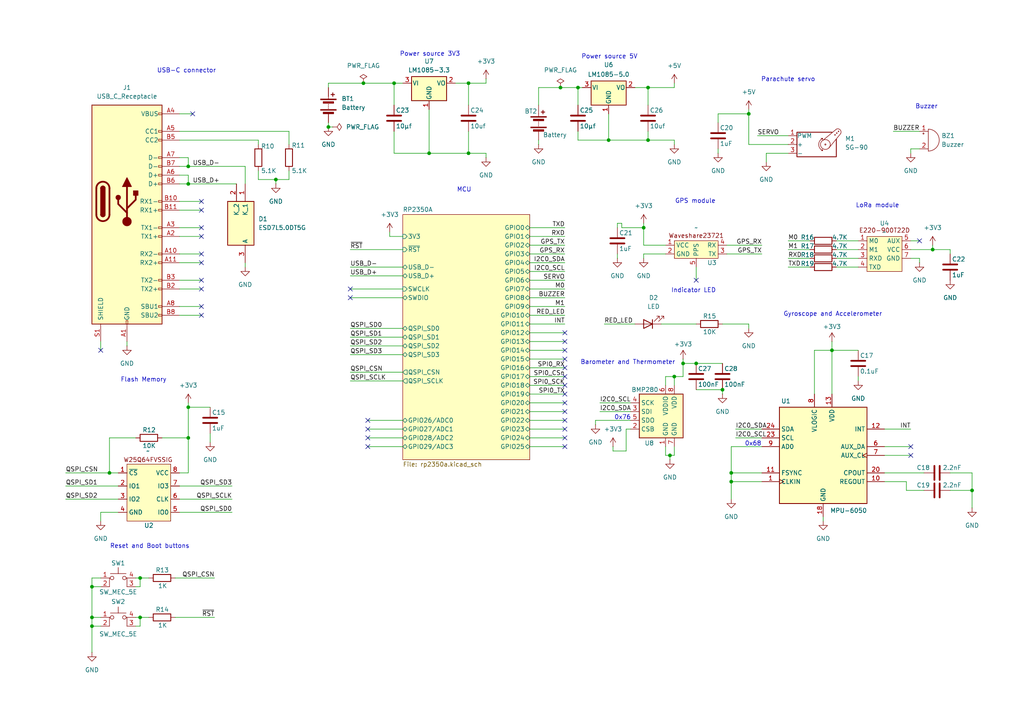
<source format=kicad_sch>
(kicad_sch (version 20250114) (generator "eeschema") (generator_version "9.0")
  (paper "A4")
  (title_block (title "Main Board") (date "2025-10-17") (rev "1.0.2") (company "Team ApolLO") (comment 1 "Author: Wiktor Kociuba"))
  (lib_symbols
    (symbol "Connector:USB_C_Receptacle" (pin_names (offset 1.016))
      (property "Reference" "J" (at -10.16 29.21 0))
      (property "Value" "USB_C_Receptacle" (at 10.16 29.21 0))
      (symbol "USB_C_Receptacle_1_1"
        (pin passive line (at -7.62 -40.64 90) (length 5.08) (name "SHIELD") (number "S1"))
        (pin passive line (at 0 -40.64 90) (length 5.08) (name "GND") (number "A1"))
        (pin passive line (at 0 -40.64 90) (length 5.08) (hide yes) (name "GND") (number "A12"))
        (pin passive line (at 0 -40.64 90) (length 5.08) (hide yes) (name "GND") (number "B1"))
        (pin passive line (at 0 -40.64 90) (length 5.08) (hide yes) (name "GND") (number "B12"))
        (pin passive line (at 15.24 25.4 180) (length 5.08) (name "VBUS") (number "A4"))
        (pin passive line (at 15.24 25.4 180) (length 5.08) (hide yes) (name "VBUS") (number "A9"))
        (pin passive line (at 15.24 25.4 180) (length 5.08) (hide yes) (name "VBUS") (number "B4"))
        (pin passive line (at 15.24 25.4 180) (length 5.08) (hide yes) (name "VBUS") (number "B9"))
        (pin bidirectional line (at 15.24 20.32 180) (length 5.08) (name "CC1") (number "A5"))
        (pin bidirectional line (at 15.24 17.78 180) (length 5.08) (name "CC2") (number "B5"))
        (pin bidirectional line (at 15.24 12.7 180) (length 5.08) (name "D-") (number "A7"))
        (pin bidirectional line (at 15.24 10.16 180) (length 5.08) (name "D-") (number "B7"))
        (pin bidirectional line (at 15.24 7.62 180) (length 5.08) (name "D+") (number "A6"))
        (pin bidirectional line (at 15.24 5.08 180) (length 5.08) (name "D+") (number "B6"))
        (pin bidirectional line (at 15.24 0 180) (length 5.08) (name "RX1-") (number "B10"))
        (pin bidirectional line (at 15.24 -2.54 180) (length 5.08) (name "RX1+") (number "B11"))
        (pin bidirectional line (at 15.24 -7.62 180) (length 5.08) (name "TX1-") (number "A3"))
        (pin bidirectional line (at 15.24 -10.16 180) (length 5.08) (name "TX1+") (number "A2"))
        (pin bidirectional line (at 15.24 -15.24 180) (length 5.08) (name "RX2-") (number "A10"))
        (pin bidirectional line (at 15.24 -17.78 180) (length 5.08) (name "RX2+") (number "A11"))
        (pin bidirectional line (at 15.24 -22.86 180) (length 5.08) (name "TX2-") (number "B3"))
        (pin bidirectional line (at 15.24 -25.4 180) (length 5.08) (name "TX2+") (number "B2"))
        (pin bidirectional line (at 15.24 -30.48 180) (length 5.08) (name "SBU1") (number "A8"))
        (pin bidirectional line (at 15.24 -33.02 180) (length 5.08) (name "SBU2") (number "B8"))
      )
    )
    (symbol "Device:Battery" (pin_numbers (hide yes)) (pin_names (offset 0) (hide yes))
      (property "Reference" "BT" (at 2.54 2.54 0))
      (property "Value" "Battery" (at 2.54 0 0))
      (symbol "Battery_1_1"
        (pin passive line (at 0 5.08 270) (length 2.54) (name "+") (number "1"))
        (pin passive line (at 0 -5.08 90) (length 2.54) (name "-") (number "2"))
      )
    )
    (symbol "Device:Buzzer" (pin_names (offset 0.0254) (hide yes))
      (property "Reference" "BZ" (at 3.81 1.27 0))
      (property "Value" "Buzzer" (at 3.81 -1.27 0))
      (symbol "Buzzer_1_1"
        (pin passive line (at -2.54 2.54 0) (length 2.54) (name "+") (number "1"))
        (pin passive line (at -2.54 -2.54 0) (length 2.54) (name "-") (number "2"))
      )
    )
    (symbol "Device:C" (pin_numbers (hide yes)) (pin_names (offset 0.254))
      (property "Reference" "C" (at 0.635 2.54 0))
      (property "Value" "C" (at 0.635 -2.54 0))
      (symbol "C_1_1"
        (pin passive line (at 0 3.81 270) (length 2.794) (name "~") (number "1"))
        (pin passive line (at 0 -3.81 90) (length 2.794) (name "~") (number "2"))
      )
    )
    (symbol "Device:LED" (pin_numbers (hide yes)) (pin_names (offset 1.016) (hide yes))
      (property "Reference" "D" (at 0 2.54 0))
      (property "Value" "LED" (at 0 -2.54 0))
      (symbol "LED_1_1"
        (pin passive line (at -3.81 0 0) (length 2.54) (name "K") (number "1"))
        (pin passive line (at 3.81 0 180) (length 2.54) (name "A") (number "2"))
      )
    )
    (symbol "Device:R" (pin_numbers (hide yes)) (pin_names (offset 0))
      (property "Reference" "R" (at 2.032 0 90))
      (property "Value" "R" (at 0 0 90))
      (symbol "R_1_1"
        (pin passive line (at 0 3.81 270) (length 1.27) (name "~") (number "1"))
        (pin passive line (at 0 -3.81 90) (length 1.27) (name "~") (number "2"))
      )
    )
    (symbol "LoRa:E220-900T22D"
      (property "Reference" "U" (at 1.27 0 0))
      (symbol "E220-900T22D_1_1"
        (text "E220-900T22D\n" (at 0 6.858 0) (effects (font (size 1.27 1.27))))
        (pin input line (at -7.62 3.81 0) (length 2.54) (name "M0") (number "1"))
        (pin input line (at -7.62 1.27 0) (length 2.54) (name "M1") (number "2"))
        (pin input line (at -7.62 -1.27 0) (length 2.54) (name "RXD") (number "3"))
        (pin output line (at -7.62 -3.81 0) (length 2.54) (name "TXD") (number "4"))
        (pin output line (at 7.62 3.81 180) (length 2.54) (name "AUX") (number "5"))
        (pin power_in line (at 7.62 1.27 180) (length 2.54) (name "VCC") (number "6"))
        (pin power_in line (at 7.62 -1.27 180) (length 2.54) (name "GND") (number "7"))
      )
    )
    (symbol "Motor:Motor_Servo" (pin_names (offset 0.0254))
      (property "Reference" "M" (at -5.08 4.445 0))
      (property "Value" "Motor_Servo" (at -5.08 -4.064 0))
      (symbol "Motor_Servo_1_1"
        (pin passive line (at -7.62 2.54 0) (length 2.54) (name "PWM") (number "1"))
        (pin passive line (at -7.62 0 0) (length 2.54) (name "+") (number "2"))
        (pin passive line (at -7.62 -2.54 0) (length 2.54) (name "-") (number "3"))
      )
    )
    (symbol "Regulator_Linear:LM1085-3.3" (pin_names (offset 0.254))
      (property "Reference" "U" (at -3.81 3.175 0))
      (property "Value" "LM1085-3.3" (at 0 3.175 0))
      (symbol "LM1085-3.3_1_1"
        (pin power_in line (at -7.62 0 0) (length 2.54) (name "VI") (number "3"))
        (pin power_in line (at 0 -7.62 90) (length 2.54) (name "GND") (number "1"))
        (pin power_out line (at 7.62 0 180) (length 2.54) (name "VO") (number "2"))
      )
    )
    (symbol "Regulator_Linear:LM1085-5.0" (pin_names (offset 0.254))
      (property "Reference" "U" (at -3.81 3.175 0))
      (property "Value" "LM1085-5.0" (at 0 3.175 0))
      (symbol "LM1085-5.0_1_1"
        (pin power_in line (at -7.62 0 0) (length 2.54) (name "VI") (number "3"))
        (pin power_in line (at 0 -7.62 90) (length 2.54) (name "GND") (number "1"))
        (pin power_out line (at 7.62 0 180) (length 2.54) (name "VO") (number "2"))
      )
    )
    (symbol "SamacSys_Parts:ESD7L5.0DT5G"
      (property "Reference" "D" (at 19.05 7.62 0))
      (property "Value" "ESD7L5.0DT5G" (at 19.05 5.08 0))
      (symbol "ESD7L5.0DT5G_1_1"
        (pin passive line (at 0 0 0) (length 5.08) (name "K_1") (number "1"))
        (pin passive line (at 0 -2.54 0) (length 5.08) (name "K_2") (number "2"))
        (pin passive line (at 22.86 0 180) (length 5.08) (name "A") (number "3"))
      )
    )
    (symbol "Sensor_Motion:MPU-6050"
      (property "Reference" "U" (at -11.43 13.97 0))
      (property "Value" "MPU-6050" (at 7.62 -15.24 0))
      (symbol "MPU-6050_0_0"
        (text "" (at 12.7 -2.54 0) (effects (font (size 1.27 1.27))))
      )
      (symbol "MPU-6050_1_1"
        (pin bidirectional line (at -17.78 7.62 0) (length 5.08) (name "SDA") (number "24"))
        (pin input line (at -17.78 5.08 0) (length 5.08) (name "SCL") (number "23"))
        (pin input line (at -17.78 2.54 0) (length 5.08) (name "AD0") (number "9"))
        (pin input line (at -17.78 -5.08 0) (length 5.08) (name "FSYNC") (number "11"))
        (pin input clock (at -17.78 -7.62 0) (length 5.08) (name "CLKIN") (number "1"))
        (pin no_connect line (at -12.7 12.7 0) (length 2.54) (hide yes) (name "NC") (number "2"))
        (pin no_connect line (at -12.7 10.16 0) (length 2.54) (hide yes) (name "NC") (number "3"))
        (pin no_connect line (at -12.7 0 0) (length 2.54) (hide yes) (name "NC") (number "4"))
        (pin no_connect line (at -12.7 -2.54 0) (length 2.54) (hide yes) (name "NC") (number "5"))
        (pin no_connect line (at -12.7 -10.16 0) (length 2.54) (hide yes) (name "NC") (number "14"))
        (pin power_in line (at -2.54 17.78 270) (length 3.81) (name "VLOGIC") (number "8"))
        (pin power_in line (at 0 -17.78 90) (length 3.81) (name "GND") (number "18"))
        (pin power_in line (at 2.54 17.78 270) (length 3.81) (name "VDD") (number "13"))
        (pin no_connect line (at 12.7 12.7 180) (length 2.54) (hide yes) (name "NC") (number "15"))
        (pin no_connect line (at 12.7 10.16 180) (length 2.54) (hide yes) (name "NC") (number "16"))
        (pin no_connect line (at 12.7 5.08 180) (length 2.54) (hide yes) (name "NC") (number "17"))
        (pin no_connect line (at 12.7 -2.54 180) (length 2.54) (hide yes) (name "RESV") (number "21"))
        (pin no_connect line (at 12.7 -10.16 180) (length 2.54) (hide yes) (name "RESV") (number "19"))
        (pin no_connect line (at 12.7 -12.7 180) (length 2.54) (hide yes) (name "RESV") (number "22"))
        (pin output line (at 17.78 7.62 180) (length 5.08) (name "INT") (number "12"))
        (pin bidirectional line (at 17.78 2.54 180) (length 5.08) (name "AUX_DA") (number "6"))
        (pin output clock (at 17.78 0 180) (length 5.08) (name "AUX_CL") (number "7"))
        (pin passive line (at 17.78 -5.08 180) (length 5.08) (name "CPOUT") (number "20"))
        (pin passive line (at 17.78 -7.62 180) (length 5.08) (name "REGOUT") (number "10"))
      )
    )
    (symbol "Sensor_Pressure:BMP280"
      (property "Reference" "U" (at -7.62 10.16 0))
      (property "Value" "BMP280" (at 5.08 10.16 0))
      (symbol "BMP280_1_1"
        (pin input line (at -10.16 5.08 0) (length 2.54) (name "SCK") (number "4"))
        (pin bidirectional line (at -10.16 2.54 0) (length 2.54) (name "SDI") (number "3"))
        (pin bidirectional line (at -10.16 0 0) (length 2.54) (name "SDO") (number "5"))
        (pin input line (at -10.16 -2.54 0) (length 2.54) (name "CSB") (number "2"))
        (pin power_in line (at 0 10.16 270) (length 2.54) (name "VDDIO") (number "6"))
        (pin power_in line (at 0 -7.62 90) (length 2.54) (name "GND") (number "1"))
        (pin power_in line (at 2.54 10.16 270) (length 2.54) (name "VDD") (number "8"))
        (pin power_in line (at 2.54 -7.62 90) (length 2.54) (name "GND") (number "7"))
      )
    )
    (symbol "Switch:SW_MEC_5E" (pin_names (offset 1.016) (hide yes))
      (property "Reference" "SW" (at 0.635 5.715 0))
      (property "Value" "SW_MEC_5E" (at 0 -3.175 0))
      (symbol "SW_MEC_5E_0_1"
        (pin passive line (at -5.08 2.54 0) (length 2.54) (name "1") (number "1"))
        (pin passive line (at -5.08 0 0) (length 2.54) (name "2") (number "2"))
        (pin passive line (at 5.08 2.54 180) (length 2.54) (name "A") (number "4"))
        (pin passive line (at 5.08 0 180) (length 2.54) (name "K") (number "3"))
      )
    )
    (symbol "Waveshare:Waveshare_23721"
      (property "Reference" "U" (at 4.064 -4.064 0))
      (symbol "Waveshare_23721_1_1"
        (text "Waveshare23721" (at 0 4.064 0) (effects (font (size 1.27 1.27))))
        (pin power_in line (at -8.89 1.27 0) (length 2.54) (name "VCC") (number "1"))
        (pin power_in line (at -8.89 -1.27 0) (length 2.54) (name "GND") (number "2"))
        (pin output line (at 0 -5.08 90) (length 2.54) (name "PPS") (number "5"))
        (pin input line (at 8.89 1.27 180) (length 2.54) (name "RX") (number "4"))
        (pin output line (at 8.89 -1.27 180) (length 2.54) (name "TX") (number "3"))
      )
    )
    (symbol "memory:W25Q64FVSSIG"
      (property "Reference" "U" (at 0 -9.906 0))
      (symbol "W25Q64FVSSIG_1_1"
        (text "W25Q64FVSSIG" (at -0.254 8.89 0) (effects (font (size 1.27 1.27))))
        (pin input line (at -8.89 5.08 0) (length 2.54) (name "~{CS}") (number "1"))
        (pin bidirectional line (at -8.89 1.27 0) (length 2.54) (name "DO") (number "2") (alternate "IO1" bidirectional line))
        (pin bidirectional line (at -8.89 -2.54 0) (length 2.54) (name "~{WP}") (number "3") (alternate "IO2" bidirectional line))
        (pin power_in line (at -8.89 -6.35 0) (length 2.54) (name "GND") (number "4"))
        (pin power_in line (at 8.89 5.08 180) (length 2.54) (name "VCC") (number "8"))
        (pin bidirectional line (at 8.89 1.27 180) (length 2.54) (name "~{HOLD}") (number "7") (alternate "IO3" input line))
        (pin input line (at 8.89 -2.54 180) (length 2.54) (name "CLK") (number "6"))
        (pin bidirectional line (at 8.89 -6.35 180) (length 2.54) (name "DI") (number "5") (alternate "IO0" bidirectional line))
      )
    )
    (symbol "power:+3V3" (power) (pin_numbers (hide yes)) (pin_names (offset 0) (hide yes))
      (property "Value" "+3V3" (at 0 3.556 0))
      (symbol "+3V3_1_1"
        (pin power_in line (at 0 0 90) (length 0) (name "~") (number "1"))
      )
    )
    (symbol "power:+5V" (power) (pin_numbers (hide yes)) (pin_names (offset 0) (hide yes))
      (property "Value" "+5V" (at 0 3.556 0))
      (symbol "+5V_1_1"
        (pin power_in line (at 0 0 90) (length 0) (name "~") (number "1"))
      )
    )
    (symbol "power:GND" (power) (pin_numbers (hide yes)) (pin_names (offset 0) (hide yes))
      (property "Value" "GND" (at 0 -3.81 0))
      (symbol "GND_1_1"
        (pin power_in line (at 0 0 270) (length 0) (name "~") (number "1"))
      )
    )
    (symbol "power:PWR_FLAG" (power) (pin_numbers (hide yes)) (pin_names (offset 0) (hide yes))
      (property "Value" "PWR_FLAG" (at 0 3.81 0))
      (symbol "PWR_FLAG_0_0"
        (pin power_out line (at 0 0 90) (length 0) (name "~") (number "1"))
      )
    )
  )
  (text "0x68\n" (at 218.44 128.778 0) (effects (font (size 1.27 1.27))))
  (text "Buzzer\n" (at 268.732 30.988 0) (effects (font (size 1.27 1.27))))
  (text "Power source 5V\n" (at 176.784 16.51 0) (effects (font (size 1.27 1.27))))
  (text "Parachute servo\n" (at 228.6 23.114 0) (effects (font (size 1.27 1.27))))
  (text "Gyroscope and Accelerometer" (at 241.554 91.186 0) (effects (font (size 1.27 1.27))))
  (text "Reset and Boot buttons" (at 43.434 158.496 0) (effects (font (size 1.27 1.27))))
  (text "GPS module\n" (at 201.676 58.42 0) (effects (font (size 1.27 1.27))))
  (text "LoRa module\n" (at 254.508 59.69 0) (effects (font (size 1.27 1.27))))
  (text "Power source 3V3\n" (at 124.714 15.748 0) (effects (font (size 1.27 1.27))))
  (text "MCU\n" (at 134.62 55.118 0) (effects (font (size 1.27 1.27))))
  (text "0x76\n" (at 180.594 121.158 0) (effects (font (size 1.27 1.27))))
  (text "Barometer and Thermometer\n" (at 182.118 105.156 0) (effects (font (size 1.27 1.27))))
  (text "USB-C connector\n" (at 54.102 20.574 0) (effects (font (size 1.27 1.27))))
  (text "Indicator LED\n" (at 201.168 84.328 0) (effects (font (size 1.27 1.27))))
  (text "Flash Memory" (at 41.656 110.236 0) (effects (font (size 1.27 1.27))))
  (junction (at 241.3 101.6))
  (junction (at 26.67 170.18))
  (junction (at 270.51 72.39))
  (junction (at 194.31 132.08))
  (junction (at 95.25 36.83))
  (junction (at 135.89 24.13))
  (junction (at 201.93 105.41))
  (junction (at 135.89 44.45))
  (junction (at 26.67 179.07))
  (junction (at 186.69 66.04))
  (junction (at 54.61 118.11))
  (junction (at 54.61 127))
  (junction (at 195.58 109.22))
  (junction (at 124.46 44.45))
  (junction (at 105.41 24.13))
  (junction (at 167.64 25.4))
  (junction (at 187.96 25.4))
  (junction (at 212.09 137.16))
  (junction (at 54.61 53.34))
  (junction (at 209.55 113.03))
  (junction (at 31.75 137.16))
  (junction (at 281.94 142.24))
  (junction (at 80.01 52.07))
  (junction (at 26.67 181.61))
  (junction (at 114.3 24.13))
  (junction (at 40.64 167.64))
  (junction (at 217.17 33.02))
  (junction (at 176.53 40.64))
  (junction (at 54.61 48.26))
  (junction (at 212.09 139.7))
  (junction (at 40.64 179.07))
  (junction (at 198.12 105.41))
  (junction (at 187.96 40.64))
  (junction (at 162.56 25.4))
  (no_connect (at 106.68 121.92))
  (no_connect (at 58.42 91.44))
  (no_connect (at 55.88 33.02))
  (no_connect (at 163.83 124.46))
  (no_connect (at 163.83 116.84))
  (no_connect (at 58.42 73.66))
  (no_connect (at 264.16 129.54))
  (no_connect (at 163.83 129.54))
  (no_connect (at 58.42 60.96))
  (no_connect (at 101.6 83.82))
  (no_connect (at 29.21 101.6))
  (no_connect (at 163.83 101.6))
  (no_connect (at 163.83 111.76))
  (no_connect (at 58.42 66.04))
  (no_connect (at 58.42 58.42))
  (no_connect (at 163.83 99.06))
  (no_connect (at 163.83 109.22))
  (no_connect (at 58.42 76.2))
  (no_connect (at 163.83 127))
  (no_connect (at 58.42 88.9))
  (no_connect (at 163.83 104.14))
  (no_connect (at 163.83 114.3))
  (no_connect (at 163.83 106.68))
  (no_connect (at 163.83 96.52))
  (no_connect (at 266.7 69.85))
  (no_connect (at 201.93 81.28))
  (no_connect (at 58.42 68.58))
  (no_connect (at 106.68 127))
  (no_connect (at 163.83 121.92))
  (no_connect (at 106.68 129.54))
  (no_connect (at 58.42 83.82))
  (no_connect (at 106.68 124.46))
  (no_connect (at 264.16 132.08))
  (no_connect (at 58.42 81.28))
  (no_connect (at 163.83 119.38))
  (no_connect (at 101.6 86.36))
  (wire (pts (xy 201.93 113.03) (xy 209.55 113.03)))
  (wire (pts (xy 39.37 170.18) (xy 40.64 170.18)))
  (wire (pts (xy 210.82 71.12) (xy 220.98 71.12)))
  (wire (pts (xy 195.58 109.22) (xy 193.04 109.22)))
  (wire (pts (xy 241.3 99.06) (xy 241.3 101.6)))
  (wire (pts (xy 176.53 40.64) (xy 187.96 40.64)))
  (wire (pts (xy 264.16 74.93) (xy 266.7 74.93)))
  (wire (pts (xy 167.64 40.64) (xy 176.53 40.64)))
  (wire (pts (xy 40.64 167.64) (xy 43.18 167.64)))
  (wire (pts (xy 54.61 45.72) (xy 54.61 48.26)))
  (wire (pts (xy 153.67 88.9) (xy 163.83 88.9)))
  (wire (pts (xy 256.54 139.7) (xy 262.89 139.7)))
  (wire (pts (xy 219.71 39.37) (xy 228.6 39.37)))
  (wire (pts (xy 217.17 33.02) (xy 208.28 33.02)))
  (wire (pts (xy 153.67 111.76) (xy 163.83 111.76)))
  (wire (pts (xy 52.07 83.82) (xy 58.42 83.82)))
  (wire (pts (xy 132.08 24.13) (xy 135.89 24.13)))
  (wire (pts (xy 266.7 74.93) (xy 266.7 76.2)))
  (wire (pts (xy 124.46 44.45) (xy 135.89 44.45)))
  (wire (pts (xy 210.82 73.66) (xy 220.98 73.66)))
  (wire (pts (xy 222.25 44.45) (xy 222.25 46.99)))
  (wire (pts (xy 95.25 24.13) (xy 105.41 24.13)))
  (wire (pts (xy 212.09 137.16) (xy 220.98 137.16)))
  (wire (pts (xy 156.21 40.64) (xy 156.21 41.91)))
  (wire (pts (xy 26.67 179.07) (xy 26.67 181.61)))
  (wire (pts (xy 19.05 144.78) (xy 34.29 144.78)))
  (wire (pts (xy 52.07 38.1) (xy 83.82 38.1)))
  (wire (pts (xy 193.04 132.08) (xy 193.04 129.54)))
  (wire (pts (xy 74.93 40.64) (xy 74.93 41.91)))
  (wire (pts (xy 212.09 129.54) (xy 220.98 129.54)))
  (wire (pts (xy 71.12 76.2) (xy 71.12 77.47)))
  (wire (pts (xy 153.67 124.46) (xy 163.83 124.46)))
  (wire (pts (xy 242.57 74.93) (xy 248.92 74.93)))
  (wire (pts (xy 217.17 33.02) (xy 217.17 41.91)))
  (wire (pts (xy 153.67 68.58) (xy 163.83 68.58)))
  (wire (pts (xy 179.07 74.93) (xy 179.07 73.66)))
  (wire (pts (xy 217.17 93.98) (xy 217.17 95.25)))
  (wire (pts (xy 135.89 24.13) (xy 135.89 30.48)))
  (wire (pts (xy 259.08 38.1) (xy 266.7 38.1)))
  (wire (pts (xy 83.82 38.1) (xy 83.82 41.91)))
  (wire (pts (xy 167.64 25.4) (xy 167.64 30.48)))
  (wire (pts (xy 26.67 181.61) (xy 26.67 189.23)))
  (wire (pts (xy 54.61 53.34) (xy 68.58 53.34)))
  (wire (pts (xy 52.07 50.8) (xy 54.61 50.8)))
  (wire (pts (xy 153.67 83.82) (xy 163.83 83.82)))
  (wire (pts (xy 52.07 140.97) (xy 67.31 140.97)))
  (wire (pts (xy 195.58 40.64) (xy 195.58 41.91)))
  (wire (pts (xy 209.55 114.3) (xy 209.55 113.03)))
  (wire (pts (xy 198.12 105.41) (xy 198.12 109.22)))
  (wire (pts (xy 39.37 179.07) (xy 40.64 179.07)))
  (wire (pts (xy 101.6 95.25) (xy 116.84 95.25)))
  (wire (pts (xy 95.25 36.83) (xy 95.25 35.56)))
  (wire (pts (xy 101.6 83.82) (xy 116.84 83.82)))
  (wire (pts (xy 40.64 179.07) (xy 43.18 179.07)))
  (wire (pts (xy 256.54 129.54) (xy 264.16 129.54)))
  (wire (pts (xy 52.07 58.42) (xy 58.42 58.42)))
  (wire (pts (xy 50.8 167.64) (xy 62.23 167.64)))
  (wire (pts (xy 26.67 170.18) (xy 26.67 179.07)))
  (wire (pts (xy 256.54 132.08) (xy 264.16 132.08)))
  (wire (pts (xy 114.3 24.13) (xy 114.3 30.48)))
  (wire (pts (xy 52.07 91.44) (xy 58.42 91.44)))
  (wire (pts (xy 191.77 93.98) (xy 201.93 93.98)))
  (wire (pts (xy 162.56 25.4) (xy 167.64 25.4)))
  (wire (pts (xy 114.3 38.1) (xy 114.3 44.45)))
  (wire (pts (xy 186.69 64.77) (xy 186.69 66.04)))
  (wire (pts (xy 153.67 109.22) (xy 163.83 109.22)))
  (wire (pts (xy 26.67 170.18) (xy 29.21 170.18)))
  (wire (pts (xy 114.3 24.13) (xy 116.84 24.13)))
  (wire (pts (xy 201.93 105.41) (xy 209.55 105.41)))
  (wire (pts (xy 116.84 129.54) (xy 106.68 129.54)))
  (wire (pts (xy 54.61 116.84) (xy 54.61 118.11)))
  (wire (pts (xy 153.67 91.44) (xy 163.83 91.44)))
  (wire (pts (xy 52.07 33.02) (xy 55.88 33.02)))
  (wire (pts (xy 135.89 24.13) (xy 140.97 24.13)))
  (wire (pts (xy 262.89 142.24) (xy 267.97 142.24)))
  (wire (pts (xy 167.64 25.4) (xy 168.91 25.4)))
  (wire (pts (xy 153.67 86.36) (xy 163.83 86.36)))
  (wire (pts (xy 187.96 38.1) (xy 187.96 40.64)))
  (wire (pts (xy 116.84 124.46) (xy 106.68 124.46)))
  (wire (pts (xy 52.07 53.34) (xy 54.61 53.34)))
  (wire (pts (xy 50.8 179.07) (xy 62.23 179.07)))
  (wire (pts (xy 29.21 151.13) (xy 29.21 148.59)))
  (wire (pts (xy 101.6 107.95) (xy 116.84 107.95)))
  (wire (pts (xy 153.67 76.2) (xy 163.83 76.2)))
  (wire (pts (xy 101.6 80.01) (xy 116.84 80.01)))
  (wire (pts (xy 135.89 38.1) (xy 135.89 44.45)))
  (wire (pts (xy 52.07 148.59) (xy 67.31 148.59)))
  (wire (pts (xy 177.8 130.81) (xy 177.8 129.54)))
  (wire (pts (xy 179.07 64.77) (xy 179.07 66.04)))
  (wire (pts (xy 52.07 66.04) (xy 58.42 66.04)))
  (wire (pts (xy 95.25 24.13) (xy 95.25 25.4)))
  (wire (pts (xy 195.58 132.08) (xy 194.31 132.08)))
  (wire (pts (xy 208.28 44.45) (xy 208.28 43.18)))
  (wire (pts (xy 105.41 24.13) (xy 114.3 24.13)))
  (wire (pts (xy 172.72 121.92) (xy 172.72 123.19)))
  (wire (pts (xy 31.75 127) (xy 39.37 127)))
  (wire (pts (xy 156.21 25.4) (xy 162.56 25.4)))
  (wire (pts (xy 228.6 77.47) (xy 234.95 77.47)))
  (wire (pts (xy 156.21 30.48) (xy 156.21 25.4)))
  (wire (pts (xy 198.12 109.22) (xy 195.58 109.22)))
  (wire (pts (xy 54.61 48.26) (xy 71.12 48.26)))
  (wire (pts (xy 54.61 137.16) (xy 52.07 137.16)))
  (wire (pts (xy 40.64 181.61) (xy 40.64 179.07)))
  (wire (pts (xy 194.31 132.08) (xy 194.31 133.35)))
  (wire (pts (xy 19.05 140.97) (xy 34.29 140.97)))
  (wire (pts (xy 195.58 24.13) (xy 195.58 25.4)))
  (wire (pts (xy 256.54 137.16) (xy 267.97 137.16)))
  (wire (pts (xy 241.3 101.6) (xy 248.92 101.6)))
  (wire (pts (xy 213.36 124.46) (xy 220.98 124.46)))
  (wire (pts (xy 36.83 100.33) (xy 36.83 99.06)))
  (wire (pts (xy 186.69 73.66) (xy 186.69 74.93)))
  (wire (pts (xy 52.07 88.9) (xy 58.42 88.9)))
  (wire (pts (xy 153.67 96.52) (xy 163.83 96.52)))
  (wire (pts (xy 113.03 67.31) (xy 113.03 68.58)))
  (wire (pts (xy 74.93 49.53) (xy 74.93 52.07)))
  (wire (pts (xy 186.69 66.04) (xy 186.69 71.12)))
  (wire (pts (xy 52.07 45.72) (xy 54.61 45.72)))
  (wire (pts (xy 26.67 181.61) (xy 29.21 181.61)))
  (wire (pts (xy 52.07 144.78) (xy 67.31 144.78)))
  (wire (pts (xy 74.93 52.07) (xy 80.01 52.07)))
  (wire (pts (xy 80.01 53.34) (xy 80.01 52.07)))
  (wire (pts (xy 241.3 101.6) (xy 241.3 114.3)))
  (wire (pts (xy 193.04 109.22) (xy 193.04 111.76)))
  (wire (pts (xy 198.12 104.14) (xy 198.12 105.41)))
  (wire (pts (xy 195.58 129.6118) (xy 195.58 132.08)))
  (wire (pts (xy 181.61 124.46) (xy 181.61 130.81)))
  (wire (pts (xy 262.89 139.7) (xy 262.89 142.24)))
  (wire (pts (xy 184.15 25.4) (xy 187.96 25.4)))
  (wire (pts (xy 173.99 119.38) (xy 182.88 119.38)))
  (wire (pts (xy 39.37 167.64) (xy 40.64 167.64)))
  (wire (pts (xy 275.59 72.39) (xy 275.59 73.66)))
  (wire (pts (xy 186.69 66.04) (xy 180.34 66.04)))
  (wire (pts (xy 242.57 72.39) (xy 248.92 72.39)))
  (wire (pts (xy 19.05 137.16) (xy 31.75 137.16)))
  (wire (pts (xy 116.84 121.92) (xy 106.68 121.92)))
  (wire (pts (xy 275.59 137.16) (xy 281.94 137.16)))
  (wire (pts (xy 275.59 142.24) (xy 281.94 142.24)))
  (wire (pts (xy 182.88 124.46) (xy 181.61 124.46)))
  (wire (pts (xy 173.99 116.84) (xy 182.88 116.84)))
  (wire (pts (xy 153.67 101.6) (xy 163.83 101.6)))
  (wire (pts (xy 101.6 102.87) (xy 116.84 102.87)))
  (wire (pts (xy 153.67 78.74) (xy 163.83 78.74)))
  (wire (pts (xy 209.55 93.98) (xy 217.17 93.98)))
  (wire (pts (xy 242.57 69.85) (xy 248.92 69.85)))
  (wire (pts (xy 101.6 97.79) (xy 116.84 97.79)))
  (wire (pts (xy 175.26 93.98) (xy 184.15 93.98)))
  (wire (pts (xy 153.67 104.14) (xy 163.83 104.14)))
  (wire (pts (xy 270.51 71.12) (xy 270.51 72.39)))
  (wire (pts (xy 101.6 72.39) (xy 116.84 72.39)))
  (wire (pts (xy 29.21 167.64) (xy 26.67 167.64)))
  (wire (pts (xy 236.22 114.3) (xy 236.22 101.6)))
  (wire (pts (xy 153.67 129.54) (xy 163.83 129.54)))
  (wire (pts (xy 52.07 60.96) (xy 58.42 60.96)))
  (wire (pts (xy 187.96 25.4) (xy 187.96 30.48)))
  (wire (pts (xy 180.34 66.04) (xy 180.34 64.77)))
  (wire (pts (xy 217.17 31.75) (xy 217.17 33.02)))
  (wire (pts (xy 236.22 101.6) (xy 241.3 101.6)))
  (wire (pts (xy 187.96 40.64) (xy 195.58 40.64)))
  (wire (pts (xy 140.97 44.45) (xy 140.97 45.72)))
  (wire (pts (xy 266.7 43.18) (xy 264.16 43.18)))
  (wire (pts (xy 195.58 109.22) (xy 195.58 111.76)))
  (wire (pts (xy 212.09 129.54) (xy 212.09 137.16)))
  (wire (pts (xy 124.46 31.75) (xy 124.46 44.45)))
  (wire (pts (xy 52.07 73.66) (xy 58.42 73.66)))
  (wire (pts (xy 281.94 142.24) (xy 281.94 147.32)))
  (wire (pts (xy 153.67 81.28) (xy 163.83 81.28)))
  (wire (pts (xy 54.61 127) (xy 54.61 137.16)))
  (wire (pts (xy 212.09 139.7) (xy 220.98 139.7)))
  (wire (pts (xy 153.67 66.04) (xy 163.83 66.04)))
  (wire (pts (xy 228.6 74.93) (xy 234.95 74.93)))
  (wire (pts (xy 116.84 127) (xy 106.68 127)))
  (wire (pts (xy 40.64 170.18) (xy 40.64 167.64)))
  (wire (pts (xy 176.53 33.02) (xy 176.53 40.64)))
  (wire (pts (xy 187.96 25.4) (xy 195.58 25.4)))
  (wire (pts (xy 228.6 41.91) (xy 217.17 41.91)))
  (wire (pts (xy 208.28 33.02) (xy 208.28 35.56)))
  (wire (pts (xy 29.21 148.59) (xy 34.29 148.59)))
  (wire (pts (xy 238.76 151.13) (xy 238.76 149.86)))
  (wire (pts (xy 52.07 76.2) (xy 58.42 76.2)))
  (wire (pts (xy 264.16 69.85) (xy 266.7 69.85)))
  (wire (pts (xy 242.57 77.47) (xy 248.92 77.47)))
  (wire (pts (xy 113.03 68.58) (xy 116.84 68.58)))
  (wire (pts (xy 167.64 38.1) (xy 167.64 40.64)))
  (wire (pts (xy 153.67 71.12) (xy 163.83 71.12)))
  (wire (pts (xy 201.93 77.47) (xy 201.93 81.28)))
  (wire (pts (xy 153.67 73.66) (xy 163.83 73.66)))
  (wire (pts (xy 52.07 68.58) (xy 58.42 68.58)))
  (wire (pts (xy 52.07 40.64) (xy 74.93 40.64)))
  (wire (pts (xy 114.3 44.45) (xy 124.46 44.45)))
  (wire (pts (xy 182.88 121.92) (xy 172.72 121.92)))
  (wire (pts (xy 153.67 116.84) (xy 163.83 116.84)))
  (wire (pts (xy 153.67 127) (xy 163.83 127)))
  (wire (pts (xy 101.6 86.36) (xy 116.84 86.36)))
  (wire (pts (xy 180.34 64.77) (xy 179.07 64.77)))
  (wire (pts (xy 248.92 109.22) (xy 248.92 110.49)))
  (wire (pts (xy 213.36 127) (xy 220.98 127)))
  (wire (pts (xy 212.09 139.7) (xy 212.09 137.16)))
  (wire (pts (xy 153.67 106.68) (xy 163.83 106.68)))
  (wire (pts (xy 54.61 48.26) (xy 52.07 48.26)))
  (wire (pts (xy 153.67 121.92) (xy 163.83 121.92)))
  (wire (pts (xy 54.61 118.11) (xy 54.61 127)))
  (wire (pts (xy 264.16 43.18) (xy 264.16 44.45)))
  (wire (pts (xy 83.82 52.07) (xy 80.01 52.07)))
  (wire (pts (xy 153.67 99.06) (xy 163.83 99.06)))
  (wire (pts (xy 181.61 130.81) (xy 177.8 130.81)))
  (wire (pts (xy 270.51 72.39) (xy 275.59 72.39)))
  (wire (pts (xy 101.6 100.33) (xy 116.84 100.33)))
  (wire (pts (xy 52.07 81.28) (xy 58.42 81.28)))
  (wire (pts (xy 281.94 137.16) (xy 281.94 142.24)))
  (wire (pts (xy 194.31 132.08) (xy 193.04 132.08)))
  (wire (pts (xy 193.04 73.66) (xy 186.69 73.66)))
  (wire (pts (xy 256.54 124.46) (xy 264.16 124.46)))
  (wire (pts (xy 228.6 44.45) (xy 222.25 44.45)))
  (wire (pts (xy 60.96 125.73) (xy 60.96 128.27)))
  (wire (pts (xy 153.67 119.38) (xy 163.83 119.38)))
  (wire (pts (xy 212.09 144.78) (xy 212.09 139.7)))
  (wire (pts (xy 95.25 36.83) (xy 96.52 36.83)))
  (wire (pts (xy 31.75 137.16) (xy 31.75 127)))
  (wire (pts (xy 153.67 114.3) (xy 163.83 114.3)))
  (wire (pts (xy 153.67 93.98) (xy 163.83 93.98)))
  (wire (pts (xy 29.21 99.06) (xy 29.21 101.6)))
  (wire (pts (xy 46.99 127) (xy 54.61 127)))
  (wire (pts (xy 54.61 50.8) (xy 54.61 53.34)))
  (wire (pts (xy 193.04 71.12) (xy 186.69 71.12)))
  (wire (pts (xy 101.6 110.49) (xy 116.84 110.49)))
  (wire (pts (xy 39.37 181.61) (xy 40.64 181.61)))
  (wire (pts (xy 101.6 77.47) (xy 116.84 77.47)))
  (wire (pts (xy 83.82 49.53) (xy 83.82 52.07)))
  (wire (pts (xy 135.89 44.45) (xy 140.97 44.45)))
  (wire (pts (xy 228.6 69.85) (xy 234.95 69.85)))
  (wire (pts (xy 54.61 118.11) (xy 60.96 118.11)))
  (wire (pts (xy 26.67 167.64) (xy 26.67 170.18)))
  (wire (pts (xy 31.75 137.16) (xy 34.29 137.16)))
  (wire (pts (xy 198.12 105.41) (xy 201.93 105.41)))
  (wire (pts (xy 228.6 72.39) (xy 234.95 72.39)))
  (wire (pts (xy 140.97 22.86) (xy 140.97 24.13)))
  (wire (pts (xy 71.12 53.34) (xy 71.12 48.26)))
  (wire (pts (xy 264.16 72.39) (xy 270.51 72.39)))
  (wire (pts (xy 26.67 179.07) (xy 29.21 179.07)))
  (label "I2C0_SDA" (at 173.99 119.38 0))
  (label "TXD" (at 228.6 77.47 0))
  (label "I2C0_SDA" (at 163.83 76.2 180))
  (label "M1" (at 228.6 72.39 0))
  (label "USB_D+" (at 101.6 80.01 0))
  (label "INT" (at 264.16 124.46 180))
  (label "~{RST}" (at 101.6 72.39 0))
  (label "USB_D+" (at 55.88 53.34 0))
  (label "USB_D-" (at 101.6 77.47 0))
  (label "RED_LED" (at 163.83 91.44 180))
  (label "I2C0_SCL" (at 163.83 78.74 180))
  (label "USB_D-" (at 55.88 48.26 0))
  (label "~{RST}" (at 62.23 179.07 180))
  (label "RXD" (at 163.83 68.58 180))
  (label "QSPI_SCLK" (at 101.6 110.49 0))
  (label "M1" (at 163.83 88.9 180))
  (label "QSPI_SD1" (at 19.05 140.97 0))
  (label "SERVO" (at 219.71 39.37 0))
  (label "SERVO" (at 163.83 81.28 180))
  (label "QSPI_CSN" (at 62.23 167.64 180))
  (label "GPS_RX" (at 220.98 71.12 180))
  (label "SPI0_RX" (at 163.83 106.68 180))
  (label "QSPI_CSN" (at 19.05 137.16 0))
  (label "M0" (at 228.6 69.85 0))
  (label "SPI0_SCK" (at 163.83 111.76 180))
  (label "I2C0_SDA" (at 213.36 124.46 0))
  (label "M0" (at 163.83 83.82 180))
  (label "GPS_TX" (at 163.83 71.12 180))
  (label "QSPI_SD3" (at 67.31 140.97 180))
  (label "QSPI_SD0" (at 67.31 148.59 180))
  (label "I2C0_SCL" (at 213.36 127 0))
  (label "QSPI_SD2" (at 101.6 100.33 0))
  (label "TXD" (at 163.83 66.04 180))
  (label "GPS_RX" (at 163.83 73.66 180))
  (label "INT" (at 163.83 93.98 180))
  (label "QSPI_CSN" (at 101.6 107.95 0))
  (label "QSPI_SCLK" (at 67.31 144.78 180))
  (label "QSPI_SD1" (at 101.6 97.79 0))
  (label "BUZZER" (at 163.83 86.36 180))
  (label "RXD" (at 228.6 74.93 0))
  (label "RED_LED" (at 175.26 93.98 0))
  (label "BUZZER" (at 259.08 38.1 0))
  (label "QSPI_SD3" (at 101.6 102.87 0))
  (label "GPS_TX" (at 220.98 73.66 180))
  (label "I2C0_SCL" (at 173.99 116.84 0))
  (label "SPI0_TX" (at 163.83 114.3 180))
  (label "QSPI_SD0" (at 101.6 95.25 0))
  (label "SPI0_CSn" (at 163.83 109.22 180))
  (label "QSPI_SD2" (at 19.05 144.78 0))
  (symbol (lib_id "power:GND") (at 217.17 95.25 0) (unit 1)
    (property "Reference" "#PWR017" (effects (hide yes)))
    (property "Value" "GND" (at 217.17 100.33 0))
    (property "Description" "Power symbol creates a global label with name \"GND\" , ground" (effects (hide yes)))
  )
  (symbol (lib_id "power:GND") (at 248.92 110.49 0) (unit 1)
    (property "Reference" "#PWR035" (effects (hide yes)))
    (property "Value" "GND" (at 248.92 115.57 0))
    (property "Description" "Power symbol creates a global label with name \"GND\" , ground" (effects (hide yes)))
  )
  (symbol (lib_id "power:+3V3") (at 186.69 64.77 0) (unit 1)
    (property "Reference" "#PWR019" (effects (hide yes)))
    (property "Value" "+3V3" (at 186.69 59.69 0))
    (property "Description" "Power symbol creates a global label with name \"+3V3\"" (effects (hide yes)))
  )
  (symbol (lib_id "Device:R") (at 238.76 74.93 90) (unit 1)
    (property "Reference" "R18" (at 234.188 73.914 90))
    (property "Value" "4.7K" (at 243.586 73.914 90))
    (property "Description" "Resistor" (effects (hide yes)))
  )
  (symbol (lib_id "power:GND") (at 172.72 123.19 0) (unit 1)
    (property "Reference" "#PWR044" (effects (hide yes)))
    (property "Value" "GND" (at 172.72 128.27 0))
    (property "Description" "Power symbol creates a global label with name \"GND\" , ground" (effects (hide yes)))
  )
  (symbol (lib_id "Device:C") (at 114.3 34.29 0) (unit 1)
    (property "Reference" "C23" (at 114.808 32.004 0) (effects (justify left)))
    (property "Value" "10µf" (at 114.808 36.576 0) (effects (justify left)))
    (property "Description" "Unpolarized capacitor" (effects (hide yes)))
  )
  (symbol (lib_id "Device:R") (at 46.99 167.64 90) (unit 1)
    (property "Reference" "R13" (at 49.022 165.354 90) (effects (justify left)))
    (property "Value" "1K" (at 48.514 169.926 90) (effects (justify left)))
    (property "Footprint" "Resistor_THT:R_Axial_DIN0207_L6.3mm_D2.5mm_P7.62mm_Horizontal" (effects (hide yes)))
    (property "Description" "Resistor" (effects (hide yes)))
  )
  (symbol (lib_id "power:GND") (at 212.09 144.78 0) (unit 1)
    (property "Reference" "#PWR034" (effects (hide yes)))
    (property "Value" "GND" (at 212.09 149.86 0))
    (property "Description" "Power symbol creates a global label with name \"GND\" , ground" (effects (hide yes)))
  )
  (symbol (lib_id "Device:R") (at 205.74 93.98 90) (unit 1)
    (property "Reference" "R15" (at 207.772 91.694 90) (effects (justify left)))
    (property "Value" "10K" (at 207.772 96.266 90) (effects (justify left)))
    (property "Footprint" "Resistor_THT:R_Axial_DIN0207_L6.3mm_D2.5mm_P7.62mm_Horizontal" (effects (hide yes)))
    (property "Description" "Resistor" (effects (hide yes)))
  )
  (symbol (lib_id "SamacSys_Parts:ESD7L5.0DT5G") (at 71.12 53.34 270) (unit 1)
    (property "Reference" "D1" (at 74.93 63.4999 90) (effects (justify left)))
    (property "Value" "ESD7L5.0DT5G" (at 74.93 66.0399 90) (effects (justify left)))
    (property "Footprint" "SamacSys_Parts:MMBT2907AM3T5G" (effects (hide yes)))
    (property "Datasheet" "https://www.onsemi.com/pub/Collateral/ESD7L-D.PDF" (effects (hide yes)))
    (property "Description" "Small Body Outline Dimensions: 0.047 x 0.047 (1.20 mm x 1.20 mm); IEC6100042 Level 4 ESD Protection; Low Clamping Voltage; Low Capacitance 0.5 pF Typical; Response Time is Typically < 1.0 ns; Low Leakage; S Prefix for Automotive and Other Applications Requiring Unique Site and Control Change Requirements; AECQ101 Qualified and PPAP Capable; Low Body Height: 0.020 (0.5 mm); This is a PbFree Device" (effects (hide yes)))
    (property "Height" "1" (effects (hide yes)))
    (property "Mouser Part Number" "863-ESD7L5.0DT5G" (effects (hide yes)))
    (property "Mouser Price/Stock" "https://www.mouser.co.uk/ProductDetail/onsemi/ESD7L5.0DT5G?qs=eJe21KOba0QSbid%252BWrUZ9g%3D%3D" (effects (hide yes)))
    (property "Manufacturer_Name" "onsemi" (effects (hide yes)))
    (property "Manufacturer_Part_Number" "ESD7L5.0DT5G" (effects (hide yes)))
  )
  (symbol (lib_id "Device:C") (at 60.96 121.92 0) (unit 1)
    (property "Reference" "C15" (at 61.468 119.634 0) (effects (justify left)))
    (property "Value" "1uF" (at 61.468 124.206 0) (effects (justify left)))
    (property "Description" "Unpolarized capacitor" (effects (hide yes)))
  )
  (symbol (lib_id "Regulator_Linear:LM1085-5.0") (at 176.53 25.4 0) (unit 1)
    (property "Reference" "U6" (at 176.53 18.796 0))
    (property "Value" "LM1085-5.0" (at 176.53 21.59 0))
    (property "Datasheet" "http://www.ti.com/lit/ds/symlink/lm1085.pdf" (effects (hide yes)))
    (property "Description" "3A 25V Linear Regulator, Fixed Output 5.0V, TO-220/TO-263" (effects (hide yes)))
  )
  (symbol (lib_id "Device:C") (at 179.07 69.85 0) (unit 1)
    (property "Reference" "C21" (at 179.578 67.564 0) (effects (justify left)))
    (property "Value" "1uF" (at 179.578 72.136 0) (effects (justify left)))
    (property "Description" "Unpolarized capacitor" (effects (hide yes)))
  )
  (symbol (lib_id "Device:R") (at 46.99 179.07 90) (unit 1)
    (property "Reference" "R14" (at 49.022 176.784 90) (effects (justify left)))
    (property "Value" "1K" (at 48.514 181.356 90) (effects (justify left)))
    (property "Footprint" "Resistor_THT:R_Axial_DIN0207_L6.3mm_D2.5mm_P7.62mm_Horizontal" (effects (hide yes)))
    (property "Description" "Resistor" (effects (hide yes)))
  )
  (symbol (lib_id "power:+3V3") (at 241.3 99.06 0) (unit 1)
    (property "Reference" "#PWR033" (effects (hide yes)))
    (property "Value" "+3V3" (at 241.3 94.742 0))
    (property "Description" "Power symbol creates a global label with name \"+3V3\"" (effects (hide yes)))
  )
  (symbol (lib_id "Motor:Motor_Servo") (at 236.22 41.91 0) (unit 1)
    (property "Reference" "M1" (at 245.11 40.2068 0) (effects (justify left)))
    (property "Value" "SG-90" (at 245.11 42.7468 0) (effects (justify left)))
    (property "Datasheet" "http://forums.parallax.com/uploads/attachments/46831/74481.png" (effects (hide yes)))
    (property "Description" "Servo Motor (Futaba, HiTec, JR connector)" (effects (hide yes)))
  )
  (symbol (lib_id "Device:R") (at 238.76 72.39 90) (unit 1)
    (property "Reference" "R17" (at 234.188 71.374 90))
    (property "Value" "4.7K" (at 243.586 71.374 90))
    (property "Description" "Resistor" (effects (hide yes)))
  )
  (symbol (lib_id "Sensor_Motion:MPU-6050") (at 238.76 132.08 0) (unit 1)
    (property "Reference" "U1" (at 226.568 116.332 0) (effects (justify left)))
    (property "Value" "MPU-6050" (at 240.792 148.082 0) (effects (justify left)))
    (property "Footprint" "Sensor_Motion:InvenSense_QFN-24_4x4mm_P0.5mm" (effects (hide yes)))
    (property "Datasheet" "https://invensense.tdk.com/wp-content/uploads/2015/02/MPU-6000-Datasheet1.pdf" (effects (hide yes)))
    (property "Description" "InvenSense 6-Axis Motion Sensor, Gyroscope, Accelerometer, I2C" (effects (hide yes)))
  )
  (symbol (lib_id "power:GND") (at 140.97 45.72 0) (unit 1)
    (property "Reference" "#PWR026" (effects (hide yes)))
    (property "Value" "GND" (at 140.97 50.8 0))
    (property "Description" "Power symbol creates a global label with name \"GND\" , ground" (effects (hide yes)))
  )
  (symbol (lib_id "power:+3V3") (at 54.61 116.84 0) (unit 1)
    (property "Reference" "#PWR014" (effects (hide yes)))
    (property "Value" "+3V3" (at 54.61 111.76 0))
    (property "Description" "Power symbol creates a global label with name \"+3V3\"" (effects (hide yes)))
  )
  (symbol (lib_id "power:GND") (at 266.7 76.2 0) (unit 1)
    (property "Reference" "#PWR031" (effects (hide yes)))
    (property "Value" "GND" (at 266.7 81.28 0))
    (property "Description" "Power symbol creates a global label with name \"GND\" , ground" (effects (hide yes)))
  )
  (symbol (lib_id "Device:C") (at 201.93 109.22 0) (unit 1)
    (property "Reference" "C27" (at 202.438 106.934 0) (effects (justify left)))
    (property "Value" "100nF" (at 202.438 111.506 0) (effects (justify left)))
    (property "Description" "Unpolarized capacitor" (effects (hide yes)))
  )
  (symbol (lib_id "power:GND") (at 186.69 74.93 0) (unit 1)
    (property "Reference" "#PWR020" (effects (hide yes)))
    (property "Value" "GND" (at 186.69 80.01 0))
    (property "Description" "Power symbol creates a global label with name \"GND\" , ground" (effects (hide yes)))
  )
  (symbol (lib_id "power:GND") (at 26.67 189.23 0) (unit 1)
    (property "Reference" "#PWR016" (effects (hide yes)))
    (property "Value" "GND" (at 26.67 194.31 0))
    (property "Description" "Power symbol creates a global label with name \"GND\" , ground" (effects (hide yes)))
  )
  (symbol (lib_id "Device:Battery") (at 95.25 30.48 0) (unit 1)
    (property "Reference" "BT1" (at 99.06 28.6384 0) (effects (justify left)))
    (property "Value" "Battery" (at 99.06 31.1784 0) (effects (justify left)))
    (property "Description" "Multiple-cell battery" (effects (hide yes)))
  )
  (symbol (lib_id "power:GND") (at 71.12 77.47 0) (unit 1)
    (property "Reference" "#PWR012" (effects (hide yes)))
    (property "Value" "GND" (at 71.12 82.55 0))
    (property "Description" "Power symbol creates a global label with name \"GND\" , ground" (effects (hide yes)))
  )
  (symbol (lib_id "Sensor_Pressure:BMP280") (at 193.04 121.92 0) (unit 1)
    (property "Reference" "U8" (at 186.944 128.524 0) (effects (justify left)))
    (property "Value" "BMP280" (at 183.134 113.03 0) (effects (justify left)))
    (property "Footprint" "Package_LGA:Bosch_LGA-8_2x2.5mm_P0.65mm_ClockwisePinNumbering" (effects (hide yes)))
    (property "Datasheet" "https://ae-bst.resource.bosch.com/media/_tech/media/datasheets/BST-BMP280-DS001.pdf" (effects (hide yes)))
    (property "Description" "Absolute Barometric Pressure Sensor, LGA-8" (effects (hide yes)))
  )
  (symbol (lib_id "Device:Buzzer") (at 269.24 40.64 0) (unit 1)
    (property "Reference" "BZ1" (at 273.05 39.3699 0) (effects (justify left)))
    (property "Value" "Buzzer" (at 273.05 41.9099 0) (effects (justify left)))
    (property "Description" "Buzzer, polarized" (effects (hide yes)))
  )
  (symbol (lib_id "Switch:SW_MEC_5E") (at 34.29 170.18 0) (unit 1)
    (property "Reference" "SW1" (at 34.29 163.322 0))
    (property "Value" "SW_MEC_5E" (at 34.29 171.704 0))
    (property "Datasheet" "http://www.apem.com/int/index.php?controller=attachment&id_attachment=1371" (effects (hide yes)))
    (property "Description" "MEC 5E single pole normally-open tactile switch" (effects (hide yes)))
  )
  (symbol (lib_id "Connector:USB_C_Receptacle") (at 36.83 58.42 0) (unit 1)
    (property "Reference" "J1" (at 36.83 25.4 0))
    (property "Value" "USB_C_Receptacle" (at 36.83 27.94 0))
    (property "Datasheet" "https://www.usb.org/sites/default/files/documents/usb_type-c.zip" (effects (hide yes)))
    (property "Description" "USB Full-Featured Type-C Receptacle connector" (effects (hide yes)))
  )
  (symbol (lib_id "power:+3V3") (at 177.8 129.54 0) (unit 1)
    (property "Reference" "#PWR045" (effects (hide yes)))
    (property "Value" "+3V3" (at 177.8 124.46 0))
    (property "Description" "Power symbol creates a global label with name \"+3V3\"" (effects (hide yes)))
  )
  (symbol (lib_id "power:PWR_FLAG") (at 162.56 25.4 0) (unit 1)
    (property "Reference" "#FLG01" (effects (hide yes)))
    (property "Value" "PWR_FLAG" (at 162.56 20.32 0))
    (property "Description" "Special symbol for telling ERC where power comes from" (effects (hide yes)))
  )
  (symbol (lib_id "power:GND") (at 36.83 100.33 0) (unit 1)
    (property "Reference" "#PWR010" (effects (hide yes)))
    (property "Value" "GND" (at 36.83 105.41 0))
    (property "Description" "Power symbol creates a global label with name \"GND\" , ground" (effects (hide yes)))
  )
  (symbol (lib_id "LoRa:E220-900T22D") (at 256.54 73.66 0) (unit 1)
    (property "Reference" "U4" (at 256.54 64.77 0))
    (property "Value" "~" (at 256.54 67.31 0))
  )
  (symbol (lib_id "power:+5V") (at 195.58 24.13 0) (unit 1)
    (property "Reference" "#PWR028" (effects (hide yes)))
    (property "Value" "+5V" (at 195.58 19.05 0))
    (property "Description" "Power symbol creates a global label with name \"+5V\"" (effects (hide yes)))
  )
  (symbol (lib_id "Device:LED") (at 187.96 93.98 180) (unit 1)
    (property "Reference" "D2" (at 189.5475 86.36 0))
    (property "Value" "LED" (at 189.5475 88.9 0))
    (property "Description" "Light emitting diode" (effects (hide yes)))
    (property "Sim.Pins" "1=K 2=A" (effects (hide yes)))
  )
  (symbol (lib_id "Device:Battery") (at 156.21 35.56 0) (unit 1)
    (property "Reference" "BT2" (at 152.146 32.258 0) (effects (justify left)))
    (property "Value" "Battery" (at 157.48 39.116 0) (effects (justify left)))
    (property "Description" "Multiple-cell battery" (effects (hide yes)))
  )
  (symbol (lib_id "power:GND") (at 194.31 133.35 0) (unit 1)
    (property "Reference" "#PWR041" (effects (hide yes)))
    (property "Value" "GND" (at 194.31 138.43 0))
    (property "Description" "Power symbol creates a global label with name \"GND\" , ground" (effects (hide yes)))
  )
  (symbol (lib_id "power:GND") (at 238.76 151.13 0) (unit 1)
    (property "Reference" "#PWR030" (effects (hide yes)))
    (property "Value" "GND" (at 238.76 156.21 0))
    (property "Description" "Power symbol creates a global label with name \"GND\" , ground" (effects (hide yes)))
  )
  (symbol (lib_id "Device:R") (at 238.76 69.85 90) (unit 1)
    (property "Reference" "R16" (at 234.188 68.834 90))
    (property "Value" "4.7K" (at 243.586 68.834 90))
    (property "Description" "Resistor" (effects (hide yes)))
  )
  (symbol (lib_id "power:GND") (at 29.21 151.13 0) (unit 1)
    (property "Reference" "#PWR013" (effects (hide yes)))
    (property "Value" "GND" (at 29.21 156.21 0))
    (property "Description" "Power symbol creates a global label with name \"GND\" , ground" (effects (hide yes)))
  )
  (symbol (lib_id "power:GND") (at 95.25 36.83 0) (unit 1)
    (property "Reference" "#PWR08" (effects (hide yes)))
    (property "Value" "GND" (at 95.25 41.91 0))
    (property "Description" "Power symbol creates a global label with name \"GND\" , ground" (effects (hide yes)))
  )
  (symbol (lib_id "Device:R") (at 238.76 77.47 90) (unit 1)
    (property "Reference" "R19" (at 234.188 76.454 90))
    (property "Value" "4.7K" (at 243.586 76.454 90))
    (property "Description" "Resistor" (effects (hide yes)))
  )
  (symbol (lib_id "Regulator_Linear:LM1085-3.3") (at 124.46 24.13 0) (unit 1)
    (property "Reference" "U7" (at 124.46 17.78 0))
    (property "Value" "LM1085-3.3" (at 124.46 20.32 0))
    (property "Datasheet" "http://www.ti.com/lit/ds/symlink/lm1085.pdf" (effects (hide yes)))
    (property "Description" "3A 27V Linear Regulator, Fixed Output 3.3V, TO-220/TO-263" (effects (hide yes)))
  )
  (symbol (lib_id "Device:R") (at 74.93 45.72 0) (unit 1)
    (property "Reference" "R10" (at 75.692 42.418 0) (effects (justify left)))
    (property "Value" "5.1K" (at 75.692 49.53 0) (effects (justify left)))
    (property "Footprint" "Resistor_THT:R_Axial_DIN0207_L6.3mm_D2.5mm_P7.62mm_Horizontal" (effects (hide yes)))
    (property "Description" "Resistor" (effects (hide yes)))
  )
  (symbol (lib_id "Device:C") (at 271.78 137.16 90) (unit 1)
    (property "Reference" "C18" (at 269.748 135.636 90) (effects (justify left)))
    (property "Value" "2.2nF" (at 278.892 135.636 90) (effects (justify left)))
    (property "Description" "Unpolarized capacitor" (effects (hide yes)))
  )
  (symbol (lib_id "power:GND") (at 275.59 81.28 0) (unit 1)
    (property "Reference" "#PWR039" (effects (hide yes)))
    (property "Value" "GND" (at 275.59 86.36 0))
    (property "Description" "Power symbol creates a global label with name \"GND\" , ground" (effects (hide yes)))
  )
  (symbol (lib_id "power:+3V3") (at 198.12 104.14 0) (unit 1)
    (property "Reference" "#PWR042" (effects (hide yes)))
    (property "Value" "+3V3" (at 198.12 99.822 0))
    (property "Description" "Power symbol creates a global label with name \"+3V3\"" (effects (hide yes)))
  )
  (symbol (lib_id "Device:C") (at 209.55 109.22 0) (unit 1)
    (property "Reference" "C28" (at 210.058 106.934 0) (effects (justify left)))
    (property "Value" "100nF" (at 210.058 111.506 0) (effects (justify left)))
    (property "Description" "Unpolarized capacitor" (effects (hide yes)))
  )
  (symbol (lib_id "Device:C") (at 167.64 34.29 0) (unit 1)
    (property "Reference" "C25" (at 168.148 32.004 0) (effects (justify left)))
    (property "Value" "10µf" (at 168.148 36.576 0) (effects (justify left)))
    (property "Description" "Unpolarized capacitor" (effects (hide yes)))
  )
  (symbol (lib_id "memory:W25Q64FVSSIG") (at 43.18 142.24 0) (unit 1)
    (property "Reference" "U2" (at 43.18 152.4 0))
    (property "Value" "~" (at 42.926 130.81 0))
    (property "Footprint" "memory:W25Q64FVSSIG" (effects (hide yes)))
    (pin "5" (alternate "IO0"))
    (pin "2" (alternate "IO1"))
    (pin "7" (alternate "IO3"))
    (pin "3" (alternate "IO2"))
  )
  (symbol (lib_id "power:GND") (at 156.21 41.91 0) (unit 1)
    (property "Reference" "#PWR027" (effects (hide yes)))
    (property "Value" "GND" (at 156.21 46.99 0))
    (property "Description" "Power symbol creates a global label with name \"GND\" , ground" (effects (hide yes)))
  )
  (symbol (lib_id "Device:C") (at 248.92 105.41 0) (unit 1)
    (property "Reference" "C17" (at 249.428 103.124 0) (effects (justify left)))
    (property "Value" "0.1uF" (at 249.428 107.696 0) (effects (justify left)))
    (property "Description" "Unpolarized capacitor" (effects (hide yes)))
  )
  (symbol (lib_id "Device:C") (at 275.59 77.47 0) (unit 1)
    (property "Reference" "C22" (at 276.098 75.184 0) (effects (justify left)))
    (property "Value" "1uF" (at 276.098 79.756 0) (effects (justify left)))
    (property "Description" "Unpolarized capacitor" (effects (hide yes)))
  )
  (symbol (lib_id "power:+3V3") (at 113.03 67.31 0) (unit 1)
    (property "Reference" "#PWR09" (effects (hide yes)))
    (property "Value" "+3V3" (at 113.03 62.23 0))
    (property "Description" "Power symbol creates a global label with name \"+3V3\"" (effects (hide yes)))
  )
  (symbol (lib_id "Switch:SW_MEC_5E") (at 34.29 181.61 0) (unit 1)
    (property "Reference" "SW2" (at 34.29 174.498 0))
    (property "Value" "SW_MEC_5E" (at 34.29 183.896 0))
    (property "Datasheet" "http://www.apem.com/int/index.php?controller=attachment&id_attachment=1371" (effects (hide yes)))
    (property "Description" "MEC 5E single pole normally-open tactile switch" (effects (hide yes)))
  )
  (symbol (lib_id "Device:R") (at 43.18 127 90) (unit 1)
    (property "Reference" "R12" (at 45.212 124.714 90) (effects (justify left)))
    (property "Value" "10K" (at 45.212 129.286 90) (effects (justify left)))
    (property "Footprint" "Resistor_THT:R_Axial_DIN0207_L6.3mm_D2.5mm_P7.62mm_Horizontal" (effects (hide yes)))
    (property "Description" "Resistor" (effects (hide yes)))
  )
  (symbol (lib_id "power:GND") (at 264.16 44.45 0) (unit 1)
    (property "Reference" "#PWR018" (effects (hide yes)))
    (property "Value" "GND" (at 264.16 49.53 0))
    (property "Description" "Power symbol creates a global label with name \"GND\" , ground" (effects (hide yes)))
  )
  (symbol (lib_id "power:GND") (at 195.58 41.91 0) (unit 1)
    (property "Reference" "#PWR040" (effects (hide yes)))
    (property "Value" "GND" (at 195.58 46.99 0))
    (property "Description" "Power symbol creates a global label with name \"GND\" , ground" (effects (hide yes)))
  )
  (symbol (lib_id "power:+3V3") (at 270.51 71.12 0) (unit 1)
    (property "Reference" "#PWR032" (effects (hide yes)))
    (property "Value" "+3V3" (at 270.51 66.04 0))
    (property "Description" "Power symbol creates a global label with name \"+3V3\"" (effects (hide yes)))
  )
  (symbol (lib_id "power:GND") (at 208.28 44.45 0) (unit 1)
    (property "Reference" "#PWR037" (effects (hide yes)))
    (property "Value" "GND" (at 208.28 49.53 0))
    (property "Description" "Power symbol creates a global label with name \"GND\" , ground" (effects (hide yes)))
  )
  (symbol (lib_id "power:GND") (at 179.07 74.93 0) (unit 1)
    (property "Reference" "#PWR038" (effects (hide yes)))
    (property "Value" "GND" (at 179.07 80.01 0))
    (property "Description" "Power symbol creates a global label with name \"GND\" , ground" (effects (hide yes)))
  )
  (symbol (lib_id "power:PWR_FLAG") (at 105.41 24.13 0) (unit 1)
    (property "Reference" "#FLG04" (effects (hide yes)))
    (property "Value" "PWR_FLAG" (at 105.41 19.05 0))
    (property "Description" "Special symbol for telling ERC where power comes from" (effects (hide yes)))
  )
  (symbol (lib_id "Device:C") (at 208.28 39.37 0) (unit 1)
    (property "Reference" "C20" (at 208.788 37.084 0) (effects (justify left)))
    (property "Value" "1uF" (at 208.788 41.656 0) (effects (justify left)))
    (property "Description" "Unpolarized capacitor" (effects (hide yes)))
  )
  (symbol (lib_id "power:PWR_FLAG") (at 96.52 36.83 270) (unit 1)
    (property "Reference" "#FLG02" (effects (hide yes)))
    (property "Value" "PWR_FLAG" (at 100.33 36.8299 90) (effects (justify left)))
    (property "Description" "Special symbol for telling ERC where power comes from" (effects (hide yes)))
  )
  (symbol (lib_id "Device:C") (at 187.96 34.29 0) (unit 1)
    (property "Reference" "C26" (at 188.468 32.004 0) (effects (justify left)))
    (property "Value" "10uf" (at 188.468 36.576 0) (effects (justify left)))
    (property "Description" "Unpolarized capacitor" (effects (hide yes)))
  )
  (symbol (lib_id "power:GND") (at 80.01 53.34 0) (unit 1)
    (property "Reference" "#PWR011" (effects (hide yes)))
    (property "Value" "GND" (at 80.01 58.42 0))
    (property "Description" "Power symbol creates a global label with name \"GND\" , ground" (effects (hide yes)))
  )
  (symbol (lib_id "Device:C") (at 271.78 142.24 90) (unit 1)
    (property "Reference" "C19" (at 269.748 140.716 90) (effects (justify left)))
    (property "Value" "2.2nF" (at 278.892 140.716 90) (effects (justify left)))
    (property "Description" "Unpolarized capacitor" (effects (hide yes)))
  )
  (symbol (lib_id "power:+3V3") (at 140.97 22.86 0) (unit 1)
    (property "Reference" "#PWR07" (effects (hide yes)))
    (property "Value" "+3V3" (at 140.97 17.78 0))
    (property "Description" "Power symbol creates a global label with name \"+3V3\"" (effects (hide yes)))
  )
  (symbol (lib_id "Device:R") (at 83.82 45.72 0) (unit 1)
    (property "Reference" "R11" (at 84.582 42.164 0) (effects (justify left)))
    (property "Value" "5.1K" (at 84.582 49.53 0) (effects (justify left)))
    (property "Footprint" "Resistor_THT:R_Axial_DIN0207_L6.3mm_D2.5mm_P7.62mm_Horizontal" (effects (hide yes)))
    (property "Description" "Resistor" (effects (hide yes)))
  )
  (symbol (lib_id "power:GND") (at 222.25 46.99 0) (unit 1)
    (property "Reference" "#PWR022" (effects (hide yes)))
    (property "Value" "GND" (at 222.25 52.07 0))
    (property "Description" "Power symbol creates a global label with name \"GND\" , ground" (effects (hide yes)))
  )
  (symbol (lib_id "power:GND") (at 209.55 114.3 0) (unit 1)
    (property "Reference" "#PWR043" (effects (hide yes)))
    (property "Value" "GND" (at 209.55 119.38 0))
    (property "Description" "Power symbol creates a global label with name \"GND\" , ground" (effects (hide yes)))
  )
  (symbol (lib_id "Waveshare:Waveshare_23721") (at 201.93 72.39 0) (unit 1)
    (property "Reference" "U3" (at 206.502 76.2 0))
    (property "Value" "~" (at 201.93 66.04 0))
  )
  (symbol (lib_id "Device:C") (at 135.89 34.29 0) (unit 1)
    (property "Reference" "C24" (at 136.398 32.004 0) (effects (justify left)))
    (property "Value" "10uf" (at 136.398 36.576 0) (effects (justify left)))
    (property "Description" "Unpolarized capacitor" (effects (hide yes)))
  )
  (symbol (lib_id "power:GND") (at 60.96 128.27 0) (unit 1)
    (property "Reference" "#PWR015" (effects (hide yes)))
    (property "Value" "GND" (at 60.96 133.35 0))
    (property "Description" "Power symbol creates a global label with name \"GND\" , ground" (effects (hide yes)))
  )
  (symbol (lib_id "power:+5V") (at 217.17 31.75 0) (unit 1)
    (property "Reference" "#PWR021" (effects (hide yes)))
    (property "Value" "+5V" (at 217.17 26.67 0))
    (property "Description" "Power symbol creates a global label with name \"+5V\"" (effects (hide yes)))
  )
  (symbol (lib_id "power:GND") (at 281.94 147.32 0) (unit 1)
    (property "Reference" "#PWR036" (effects (hide yes)))
    (property "Value" "GND" (at 281.94 152.4 0))
    (property "Description" "Power symbol creates a global label with name \"GND\" , ground" (effects (hide yes)))
  )
  (sheet (at 116.84 62.23) (size 36.83 71.12) (stroke (width 0.1524)) (fill (color 255 255 194 1.0000))
    (property "Sheetname" "RP2350A" (at 116.84 61.5184 0) (effects (justify left bottom)))
    (property "Sheetfile" "rp2350a.kicad_sch" (at 116.84 133.9346 0) (effects (justify left top)))
    (pin "3V3" input (at 116.84 68.58 180))
    (pin "GPIO0" bidirectional (at 153.67 66.04 0))
    (pin "~{RST}" input (at 116.84 72.39 180))
    (pin "USB_D-" bidirectional (at 116.84 77.47 180))
    (pin "USB_D+" bidirectional (at 116.84 80.01 180))
    (pin "SWCLK" input (at 116.84 83.82 180))
    (pin "SWDIO" bidirectional (at 116.84 86.36 180))
    (pin "GPIO1" bidirectional (at 153.67 68.58 0))
    (pin "GPIO2" bidirectional (at 153.67 71.12 0))
    (pin "GPIO6" bidirectional (at 153.67 81.28 0))
    (pin "GPIO7" bidirectional (at 153.67 83.82 0))
    (pin "GPIO14" bidirectional (at 153.67 101.6 0))
    (pin "GPIO15" bidirectional (at 153.67 104.14 0))
    (pin "QSPI_SD0" bidirectional (at 116.84 95.25 180))
    (pin "QSPI_SD1" bidirectional (at 116.84 97.79 180))
    (pin "QSPI_SD2" bidirectional (at 116.84 100.33 180))
    (pin "QSPI_SD3" bidirectional (at 116.84 102.87 180))
    (pin "QSPI_CSN" output (at 116.84 107.95 180))
    (pin "QSPI_SCLK" output (at 116.84 110.49 180))
    (pin "GPIO29{slash}ADC3" bidirectional (at 116.84 129.54 180))
    (pin "GPIO28{slash}ADC2" bidirectional (at 116.84 127 180))
    (pin "GPIO26{slash}ADC0" bidirectional (at 116.84 121.92 180))
    (pin "GPIO25" bidirectional (at 153.67 129.54 0))
    (pin "GPIO24" bidirectional (at 153.67 127 0))
    (pin "GPIO23" bidirectional (at 153.67 124.46 0))
    (pin "GPIO22" bidirectional (at 153.67 121.92 0))
    (pin "GPIO21" bidirectional (at 153.67 119.38 0))
    (pin "GPIO20" bidirectional (at 153.67 116.84 0))
    (pin "GPIO19" bidirectional (at 153.67 114.3 0))
    (pin "GPIO18" bidirectional (at 153.67 111.76 0))
    (pin "GPIO17" bidirectional (at 153.67 109.22 0))
    (pin "GPIO16" bidirectional (at 153.67 106.68 0))
    (pin "GPIO13" bidirectional (at 153.67 99.06 0))
    (pin "GPIO12" bidirectional (at 153.67 96.52 0))
    (pin "GPIO11" bidirectional (at 153.67 93.98 0))
    (pin "GPIO10" bidirectional (at 153.67 91.44 0))
    (pin "GPIO9" bidirectional (at 153.67 88.9 0))
    (pin "GPIO8" bidirectional (at 153.67 86.36 0))
    (pin "GPIO5" bidirectional (at 153.67 78.74 0))
    (pin "GPIO4" bidirectional (at 153.67 76.2 0))
    (pin "GPIO3" bidirectional (at 153.67 73.66 0))
    (pin "GPIO27{slash}ADC1" bidirectional (at 116.84 124.46 180))
  )
)
</source>
